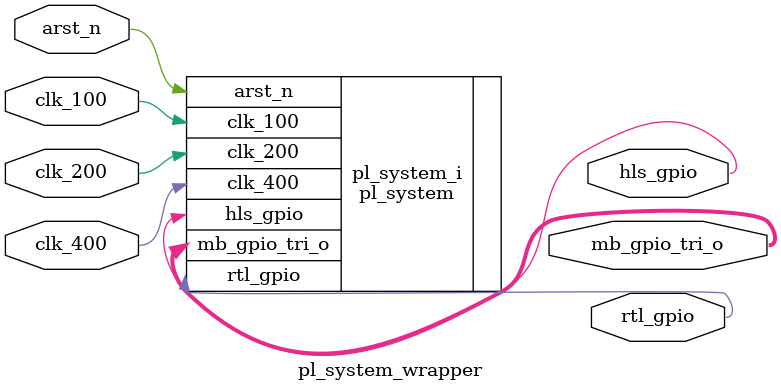
<source format=v>
`timescale 1 ps / 1 ps

module pl_system_wrapper
   (arst_n,
    clk_100,
    clk_200,
    clk_400,
    hls_gpio,
    mb_gpio_tri_o,
    rtl_gpio);
  input arst_n;
  input clk_100;
  input clk_200;
  input clk_400;
  output [0:0]hls_gpio;
  output [31:0]mb_gpio_tri_o;
  output rtl_gpio;

  wire arst_n;
  wire clk_100;
  wire clk_200;
  wire clk_400;
  wire [0:0]hls_gpio;
  wire [31:0]mb_gpio_tri_o;
  wire rtl_gpio;

  pl_system pl_system_i
       (.arst_n(arst_n),
        .clk_100(clk_100),
        .clk_200(clk_200),
        .clk_400(clk_400),
        .hls_gpio(hls_gpio),
        .mb_gpio_tri_o(mb_gpio_tri_o),
        .rtl_gpio(rtl_gpio));
endmodule

</source>
